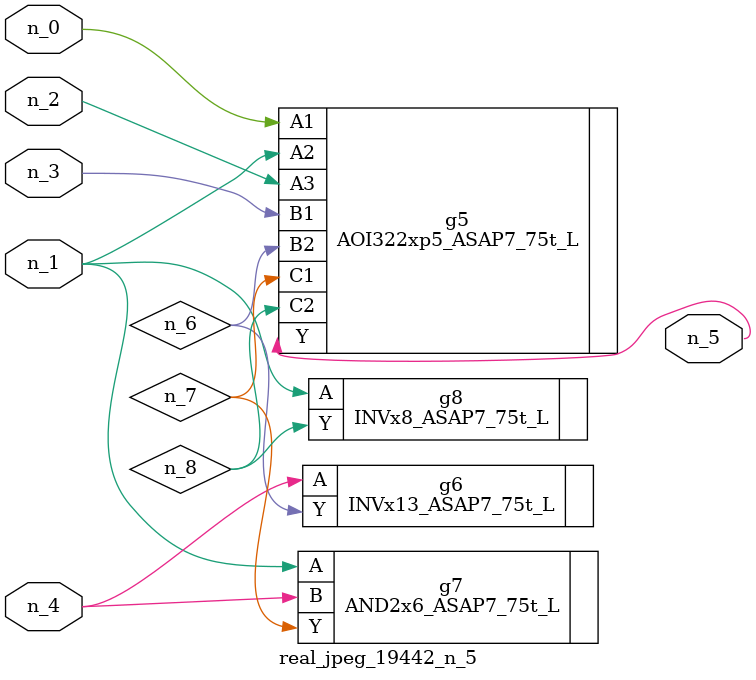
<source format=v>
module real_jpeg_19442_n_5 (n_4, n_0, n_1, n_2, n_3, n_5);

input n_4;
input n_0;
input n_1;
input n_2;
input n_3;

output n_5;

wire n_8;
wire n_6;
wire n_7;

AOI322xp5_ASAP7_75t_L g5 ( 
.A1(n_0),
.A2(n_1),
.A3(n_2),
.B1(n_3),
.B2(n_6),
.C1(n_7),
.C2(n_8),
.Y(n_5)
);

AND2x6_ASAP7_75t_L g7 ( 
.A(n_1),
.B(n_4),
.Y(n_7)
);

INVx8_ASAP7_75t_L g8 ( 
.A(n_1),
.Y(n_8)
);

INVx13_ASAP7_75t_L g6 ( 
.A(n_4),
.Y(n_6)
);


endmodule
</source>
